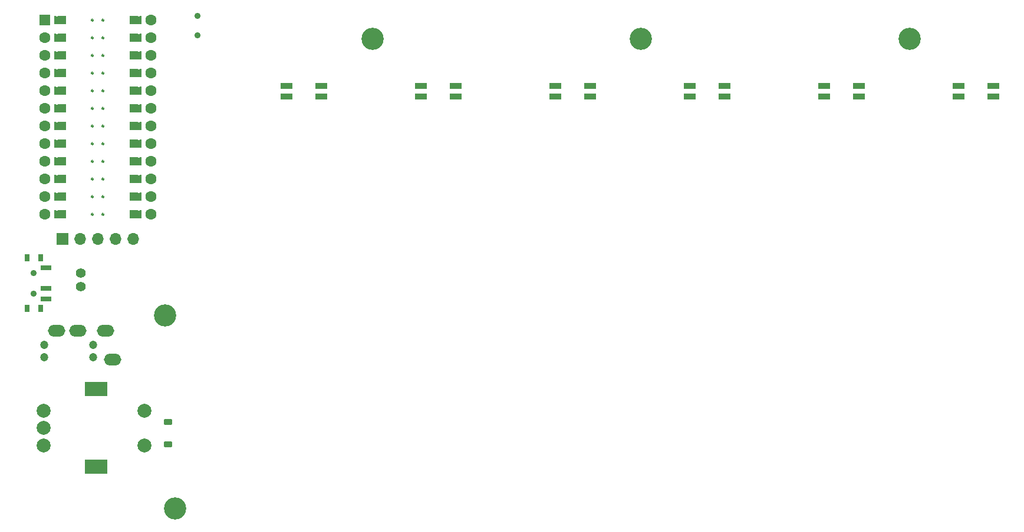
<source format=gts>
G04 #@! TF.GenerationSoftware,KiCad,Pcbnew,7.0.8*
G04 #@! TF.CreationDate,2023-10-16T23:51:03-07:00*
G04 #@! TF.ProjectId,Seismos_CoreR,53656973-6d6f-4735-9f43-6f7265522e6b,rev?*
G04 #@! TF.SameCoordinates,Original*
G04 #@! TF.FileFunction,Soldermask,Top*
G04 #@! TF.FilePolarity,Negative*
%FSLAX46Y46*%
G04 Gerber Fmt 4.6, Leading zero omitted, Abs format (unit mm)*
G04 Created by KiCad (PCBNEW 7.0.8) date 2023-10-16 23:51:03*
%MOMM*%
%LPD*%
G01*
G04 APERTURE LIST*
G04 Aperture macros list*
%AMRoundRect*
0 Rectangle with rounded corners*
0 $1 Rounding radius*
0 $2 $3 $4 $5 $6 $7 $8 $9 X,Y pos of 4 corners*
0 Add a 4 corners polygon primitive as box body*
4,1,4,$2,$3,$4,$5,$6,$7,$8,$9,$2,$3,0*
0 Add four circle primitives for the rounded corners*
1,1,$1+$1,$2,$3*
1,1,$1+$1,$4,$5*
1,1,$1+$1,$6,$7*
1,1,$1+$1,$8,$9*
0 Add four rect primitives between the rounded corners*
20,1,$1+$1,$2,$3,$4,$5,0*
20,1,$1+$1,$4,$5,$6,$7,0*
20,1,$1+$1,$6,$7,$8,$9,0*
20,1,$1+$1,$8,$9,$2,$3,0*%
%AMFreePoly0*
4,1,6,0.600000,0.200000,0.000000,-0.400000,-0.600000,0.200000,-0.600000,0.400000,0.600000,0.400000,0.600000,0.200000,0.600000,0.200000,$1*%
%AMFreePoly1*
4,1,6,0.600000,-0.250000,-0.600000,-0.250000,-0.600000,1.000000,0.000000,0.400000,0.600000,1.000000,0.600000,-0.250000,0.600000,-0.250000,$1*%
G04 Aperture macros list end*
%ADD10C,0.250000*%
%ADD11C,0.100000*%
%ADD12C,3.200000*%
%ADD13C,2.000000*%
%ADD14R,3.200000X2.000000*%
%ADD15C,1.200000*%
%ADD16O,2.500000X1.700000*%
%ADD17R,1.700000X1.700000*%
%ADD18O,1.700000X1.700000*%
%ADD19C,0.900000*%
%ADD20R,1.500000X0.700000*%
%ADD21R,0.800000X1.000000*%
%ADD22C,1.400000*%
%ADD23C,1.600000*%
%ADD24FreePoly0,270.000000*%
%ADD25FreePoly0,90.000000*%
%ADD26R,1.600000X1.600000*%
%ADD27FreePoly1,270.000000*%
%ADD28FreePoly1,90.000000*%
%ADD29RoundRect,0.225000X-0.375000X0.225000X-0.375000X-0.225000X0.375000X-0.225000X0.375000X0.225000X0*%
%ADD30R,1.803400X0.812800*%
G04 APERTURE END LIST*
D10*
X42237000Y-22286000D02*
G75*
G03*
X42237000Y-22286000I-125000J0D01*
G01*
X40713000Y-22286000D02*
G75*
G03*
X40713000Y-22286000I-125000J0D01*
G01*
X42237000Y-24826000D02*
G75*
G03*
X42237000Y-24826000I-125000J0D01*
G01*
X40713000Y-24826000D02*
G75*
G03*
X40713000Y-24826000I-125000J0D01*
G01*
X42237000Y-27366000D02*
G75*
G03*
X42237000Y-27366000I-125000J0D01*
G01*
X40713000Y-27366000D02*
G75*
G03*
X40713000Y-27366000I-125000J0D01*
G01*
X42237000Y-29906000D02*
G75*
G03*
X42237000Y-29906000I-125000J0D01*
G01*
X40713000Y-29906000D02*
G75*
G03*
X40713000Y-29906000I-125000J0D01*
G01*
X42237000Y-32446000D02*
G75*
G03*
X42237000Y-32446000I-125000J0D01*
G01*
X40713000Y-32446000D02*
G75*
G03*
X40713000Y-32446000I-125000J0D01*
G01*
X42237000Y-34986000D02*
G75*
G03*
X42237000Y-34986000I-125000J0D01*
G01*
X40713000Y-34986000D02*
G75*
G03*
X40713000Y-34986000I-125000J0D01*
G01*
X42237000Y-37526000D02*
G75*
G03*
X42237000Y-37526000I-125000J0D01*
G01*
X40713000Y-37526000D02*
G75*
G03*
X40713000Y-37526000I-125000J0D01*
G01*
X42237000Y-40066000D02*
G75*
G03*
X42237000Y-40066000I-125000J0D01*
G01*
X40713000Y-40066000D02*
G75*
G03*
X40713000Y-40066000I-125000J0D01*
G01*
X42237000Y-42606000D02*
G75*
G03*
X42237000Y-42606000I-125000J0D01*
G01*
X40713000Y-42606000D02*
G75*
G03*
X40713000Y-42606000I-125000J0D01*
G01*
X42237000Y-45146000D02*
G75*
G03*
X42237000Y-45146000I-125000J0D01*
G01*
X40713000Y-45146000D02*
G75*
G03*
X40713000Y-45146000I-125000J0D01*
G01*
X42237000Y-47686000D02*
G75*
G03*
X42237000Y-47686000I-125000J0D01*
G01*
X40713000Y-47686000D02*
G75*
G03*
X40713000Y-47686000I-125000J0D01*
G01*
X42237000Y-50226000D02*
G75*
G03*
X42237000Y-50226000I-125000J0D01*
G01*
X40713000Y-50226000D02*
G75*
G03*
X40713000Y-50226000I-125000J0D01*
G01*
D11*
X36270000Y-22794000D02*
X35254000Y-22794000D01*
X35254000Y-21778000D01*
X36270000Y-21778000D01*
X36270000Y-22794000D01*
G36*
X36270000Y-22794000D02*
G01*
X35254000Y-22794000D01*
X35254000Y-21778000D01*
X36270000Y-21778000D01*
X36270000Y-22794000D01*
G37*
X47446000Y-22794000D02*
X46430000Y-22794000D01*
X46430000Y-21778000D01*
X47446000Y-21778000D01*
X47446000Y-22794000D01*
G36*
X47446000Y-22794000D02*
G01*
X46430000Y-22794000D01*
X46430000Y-21778000D01*
X47446000Y-21778000D01*
X47446000Y-22794000D01*
G37*
X36270000Y-25334000D02*
X35254000Y-25334000D01*
X35254000Y-24318000D01*
X36270000Y-24318000D01*
X36270000Y-25334000D01*
G36*
X36270000Y-25334000D02*
G01*
X35254000Y-25334000D01*
X35254000Y-24318000D01*
X36270000Y-24318000D01*
X36270000Y-25334000D01*
G37*
X47446000Y-25334000D02*
X46430000Y-25334000D01*
X46430000Y-24318000D01*
X47446000Y-24318000D01*
X47446000Y-25334000D01*
G36*
X47446000Y-25334000D02*
G01*
X46430000Y-25334000D01*
X46430000Y-24318000D01*
X47446000Y-24318000D01*
X47446000Y-25334000D01*
G37*
X36270000Y-27874000D02*
X35254000Y-27874000D01*
X35254000Y-26858000D01*
X36270000Y-26858000D01*
X36270000Y-27874000D01*
G36*
X36270000Y-27874000D02*
G01*
X35254000Y-27874000D01*
X35254000Y-26858000D01*
X36270000Y-26858000D01*
X36270000Y-27874000D01*
G37*
X47446000Y-27874000D02*
X46430000Y-27874000D01*
X46430000Y-26858000D01*
X47446000Y-26858000D01*
X47446000Y-27874000D01*
G36*
X47446000Y-27874000D02*
G01*
X46430000Y-27874000D01*
X46430000Y-26858000D01*
X47446000Y-26858000D01*
X47446000Y-27874000D01*
G37*
X36270000Y-30414000D02*
X35254000Y-30414000D01*
X35254000Y-29398000D01*
X36270000Y-29398000D01*
X36270000Y-30414000D01*
G36*
X36270000Y-30414000D02*
G01*
X35254000Y-30414000D01*
X35254000Y-29398000D01*
X36270000Y-29398000D01*
X36270000Y-30414000D01*
G37*
X47446000Y-30414000D02*
X46430000Y-30414000D01*
X46430000Y-29398000D01*
X47446000Y-29398000D01*
X47446000Y-30414000D01*
G36*
X47446000Y-30414000D02*
G01*
X46430000Y-30414000D01*
X46430000Y-29398000D01*
X47446000Y-29398000D01*
X47446000Y-30414000D01*
G37*
X36270000Y-32954000D02*
X35254000Y-32954000D01*
X35254000Y-31938000D01*
X36270000Y-31938000D01*
X36270000Y-32954000D01*
G36*
X36270000Y-32954000D02*
G01*
X35254000Y-32954000D01*
X35254000Y-31938000D01*
X36270000Y-31938000D01*
X36270000Y-32954000D01*
G37*
X47446000Y-32954000D02*
X46430000Y-32954000D01*
X46430000Y-31938000D01*
X47446000Y-31938000D01*
X47446000Y-32954000D01*
G36*
X47446000Y-32954000D02*
G01*
X46430000Y-32954000D01*
X46430000Y-31938000D01*
X47446000Y-31938000D01*
X47446000Y-32954000D01*
G37*
X36270000Y-35494000D02*
X35254000Y-35494000D01*
X35254000Y-34478000D01*
X36270000Y-34478000D01*
X36270000Y-35494000D01*
G36*
X36270000Y-35494000D02*
G01*
X35254000Y-35494000D01*
X35254000Y-34478000D01*
X36270000Y-34478000D01*
X36270000Y-35494000D01*
G37*
X47446000Y-35494000D02*
X46430000Y-35494000D01*
X46430000Y-34478000D01*
X47446000Y-34478000D01*
X47446000Y-35494000D01*
G36*
X47446000Y-35494000D02*
G01*
X46430000Y-35494000D01*
X46430000Y-34478000D01*
X47446000Y-34478000D01*
X47446000Y-35494000D01*
G37*
X36270000Y-38034000D02*
X35254000Y-38034000D01*
X35254000Y-37018000D01*
X36270000Y-37018000D01*
X36270000Y-38034000D01*
G36*
X36270000Y-38034000D02*
G01*
X35254000Y-38034000D01*
X35254000Y-37018000D01*
X36270000Y-37018000D01*
X36270000Y-38034000D01*
G37*
X47446000Y-38034000D02*
X46430000Y-38034000D01*
X46430000Y-37018000D01*
X47446000Y-37018000D01*
X47446000Y-38034000D01*
G36*
X47446000Y-38034000D02*
G01*
X46430000Y-38034000D01*
X46430000Y-37018000D01*
X47446000Y-37018000D01*
X47446000Y-38034000D01*
G37*
X36270000Y-40574000D02*
X35254000Y-40574000D01*
X35254000Y-39558000D01*
X36270000Y-39558000D01*
X36270000Y-40574000D01*
G36*
X36270000Y-40574000D02*
G01*
X35254000Y-40574000D01*
X35254000Y-39558000D01*
X36270000Y-39558000D01*
X36270000Y-40574000D01*
G37*
X47446000Y-40574000D02*
X46430000Y-40574000D01*
X46430000Y-39558000D01*
X47446000Y-39558000D01*
X47446000Y-40574000D01*
G36*
X47446000Y-40574000D02*
G01*
X46430000Y-40574000D01*
X46430000Y-39558000D01*
X47446000Y-39558000D01*
X47446000Y-40574000D01*
G37*
X36270000Y-43114000D02*
X35254000Y-43114000D01*
X35254000Y-42098000D01*
X36270000Y-42098000D01*
X36270000Y-43114000D01*
G36*
X36270000Y-43114000D02*
G01*
X35254000Y-43114000D01*
X35254000Y-42098000D01*
X36270000Y-42098000D01*
X36270000Y-43114000D01*
G37*
X47446000Y-43114000D02*
X46430000Y-43114000D01*
X46430000Y-42098000D01*
X47446000Y-42098000D01*
X47446000Y-43114000D01*
G36*
X47446000Y-43114000D02*
G01*
X46430000Y-43114000D01*
X46430000Y-42098000D01*
X47446000Y-42098000D01*
X47446000Y-43114000D01*
G37*
X36270000Y-45654000D02*
X35254000Y-45654000D01*
X35254000Y-44638000D01*
X36270000Y-44638000D01*
X36270000Y-45654000D01*
G36*
X36270000Y-45654000D02*
G01*
X35254000Y-45654000D01*
X35254000Y-44638000D01*
X36270000Y-44638000D01*
X36270000Y-45654000D01*
G37*
X47446000Y-45654000D02*
X46430000Y-45654000D01*
X46430000Y-44638000D01*
X47446000Y-44638000D01*
X47446000Y-45654000D01*
G36*
X47446000Y-45654000D02*
G01*
X46430000Y-45654000D01*
X46430000Y-44638000D01*
X47446000Y-44638000D01*
X47446000Y-45654000D01*
G37*
X36270000Y-48194000D02*
X35254000Y-48194000D01*
X35254000Y-47178000D01*
X36270000Y-47178000D01*
X36270000Y-48194000D01*
G36*
X36270000Y-48194000D02*
G01*
X35254000Y-48194000D01*
X35254000Y-47178000D01*
X36270000Y-47178000D01*
X36270000Y-48194000D01*
G37*
X47446000Y-48194000D02*
X46430000Y-48194000D01*
X46430000Y-47178000D01*
X47446000Y-47178000D01*
X47446000Y-48194000D01*
G36*
X47446000Y-48194000D02*
G01*
X46430000Y-48194000D01*
X46430000Y-47178000D01*
X47446000Y-47178000D01*
X47446000Y-48194000D01*
G37*
X36270000Y-50734000D02*
X35254000Y-50734000D01*
X35254000Y-49718000D01*
X36270000Y-49718000D01*
X36270000Y-50734000D01*
G36*
X36270000Y-50734000D02*
G01*
X35254000Y-50734000D01*
X35254000Y-49718000D01*
X36270000Y-49718000D01*
X36270000Y-50734000D01*
G37*
X47446000Y-50734000D02*
X46430000Y-50734000D01*
X46430000Y-49718000D01*
X47446000Y-49718000D01*
X47446000Y-50734000D01*
G36*
X47446000Y-50734000D02*
G01*
X46430000Y-50734000D01*
X46430000Y-49718000D01*
X47446000Y-49718000D01*
X47446000Y-50734000D01*
G37*
D12*
X51000000Y-64750000D03*
D13*
X33610000Y-78460000D03*
X33610000Y-83460000D03*
X33610000Y-80960000D03*
D14*
X41110000Y-75360000D03*
X41110000Y-86560000D03*
D13*
X48110000Y-83460000D03*
X48110000Y-78460000D03*
D15*
X33670000Y-70775000D03*
X40670000Y-70775000D03*
X33670000Y-69025000D03*
X40670000Y-69025000D03*
D16*
X42470000Y-66925000D03*
X38470000Y-66925000D03*
X35470000Y-66925000D03*
X43470000Y-71125000D03*
D17*
X36284000Y-53766000D03*
D18*
X38824000Y-53766000D03*
X41364000Y-53766000D03*
X43904000Y-53766000D03*
X46444000Y-53766000D03*
D19*
X32200000Y-58632000D03*
X32200000Y-61632000D03*
D20*
X33950000Y-60882000D03*
D21*
X33165000Y-56482000D03*
X31235000Y-56482000D03*
X33165000Y-63782000D03*
X31235000Y-63782000D03*
D20*
X33950000Y-62382000D03*
X33950000Y-57882000D03*
D22*
X38949500Y-60632000D03*
X38949500Y-58632000D03*
D12*
X80800000Y-25000000D03*
D23*
X48970000Y-22286000D03*
D24*
X47192000Y-22286000D03*
D25*
X35508000Y-22286000D03*
D23*
X33730000Y-22286000D03*
D26*
X33730000Y-22286000D03*
D23*
X48970000Y-24826000D03*
D24*
X47192000Y-24826000D03*
D25*
X35508000Y-24826000D03*
D23*
X33730000Y-24826000D03*
X48970000Y-27366000D03*
D24*
X47192000Y-27366000D03*
D25*
X35508000Y-27366000D03*
D23*
X33730000Y-27366000D03*
X48970000Y-29906000D03*
D24*
X47192000Y-29906000D03*
D25*
X35508000Y-29906000D03*
D23*
X33730000Y-29906000D03*
X48970000Y-32446000D03*
D24*
X47192000Y-32446000D03*
D25*
X35508000Y-32446000D03*
D23*
X33730000Y-32446000D03*
X48970000Y-34986000D03*
D24*
X47192000Y-34986000D03*
D25*
X35508000Y-34986000D03*
D23*
X33730000Y-34986000D03*
X48970000Y-37526000D03*
D24*
X47192000Y-37526000D03*
D25*
X35508000Y-37526000D03*
D23*
X33730000Y-37526000D03*
X48970000Y-40066000D03*
D24*
X47192000Y-40066000D03*
D25*
X35508000Y-40066000D03*
D23*
X33730000Y-40066000D03*
X48970000Y-42606000D03*
D24*
X47192000Y-42606000D03*
D25*
X35508000Y-42606000D03*
D23*
X33730000Y-42606000D03*
X48970000Y-45146000D03*
D24*
X47192000Y-45146000D03*
D25*
X35508000Y-45146000D03*
D23*
X33730000Y-45146000D03*
X48970000Y-47686000D03*
D24*
X47192000Y-47686000D03*
D25*
X35508000Y-47686000D03*
D23*
X33730000Y-47686000D03*
X48970000Y-50226000D03*
D24*
X47192000Y-50226000D03*
D25*
X35508000Y-50226000D03*
D23*
X33730000Y-50226000D03*
D27*
X46176000Y-22286000D03*
X46176000Y-24826000D03*
X46176000Y-27366000D03*
X46176000Y-29906000D03*
X46176000Y-32446000D03*
X46176000Y-34986000D03*
X46176000Y-37526000D03*
X46176000Y-40066000D03*
X46176000Y-42606000D03*
X46176000Y-45146000D03*
X46176000Y-47686000D03*
X46176000Y-50226000D03*
D28*
X36524000Y-50226000D03*
X36524000Y-47686000D03*
X36524000Y-45146000D03*
X36524000Y-42606000D03*
X36524000Y-40066000D03*
X36524000Y-37526000D03*
X36524000Y-34986000D03*
X36524000Y-32446000D03*
X36524000Y-29906000D03*
X36524000Y-27366000D03*
X36524000Y-24826000D03*
X36524000Y-22286000D03*
D12*
X158000000Y-25000000D03*
X52500000Y-92500000D03*
X119400000Y-25000000D03*
D29*
X51500000Y-80050000D03*
X51500000Y-83350000D03*
D30*
X73501900Y-33249300D03*
X73501900Y-31750700D03*
X68498100Y-31750700D03*
X68498100Y-33249300D03*
X170001900Y-33249300D03*
X170001900Y-31750700D03*
X164998100Y-31750700D03*
X164998100Y-33249300D03*
X131401900Y-33249300D03*
X131401900Y-31750700D03*
X126398100Y-31750700D03*
X126398100Y-33249300D03*
X112101900Y-33249300D03*
X112101900Y-31750700D03*
X107098100Y-31750700D03*
X107098100Y-33249300D03*
D19*
X55712500Y-24449500D03*
X55712500Y-21649500D03*
D30*
X150701900Y-33249300D03*
X150701900Y-31750700D03*
X145698100Y-31750700D03*
X145698100Y-33249300D03*
X92801900Y-33249300D03*
X92801900Y-31750700D03*
X87798100Y-31750700D03*
X87798100Y-33249300D03*
M02*

</source>
